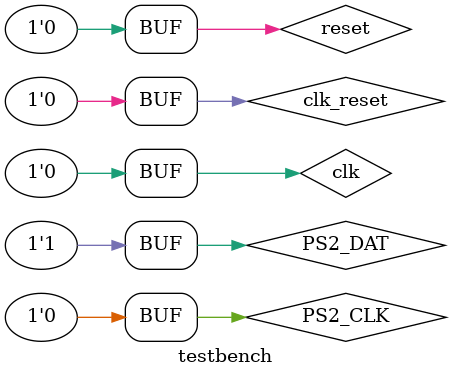
<source format=sv>
`timescale 1 ns / 1 ns


module testbench();
logic clk, reset, PS2_CLK, PS2_DAT, clk_reset;
logic hsync, vsync, blank, sync, vga_clk; 
logic[7:0] vga_r, vga_g, vga_b;

// instantiate device to be tested
top dut(clk, reset, PS2_CLK, PS2_DAT, clk_reset, hsync, vsync, blank, sync, vga_clk, vga_r, vga_g, vga_b);
// initialize test
initial
begin
clk_reset = 0;
#5;
clk_reset = 1;
#20;
clk_reset = 0;
reset <= 1; PS2_DAT = 1; 

# 22 reset <= 0;
end
// generate clock to sequence tests
always
begin
PS2_CLK <= 1; clk <= 1; # 5; PS2_CLK <= 0; clk <= 0; # 5;
end

endmodule
</source>
